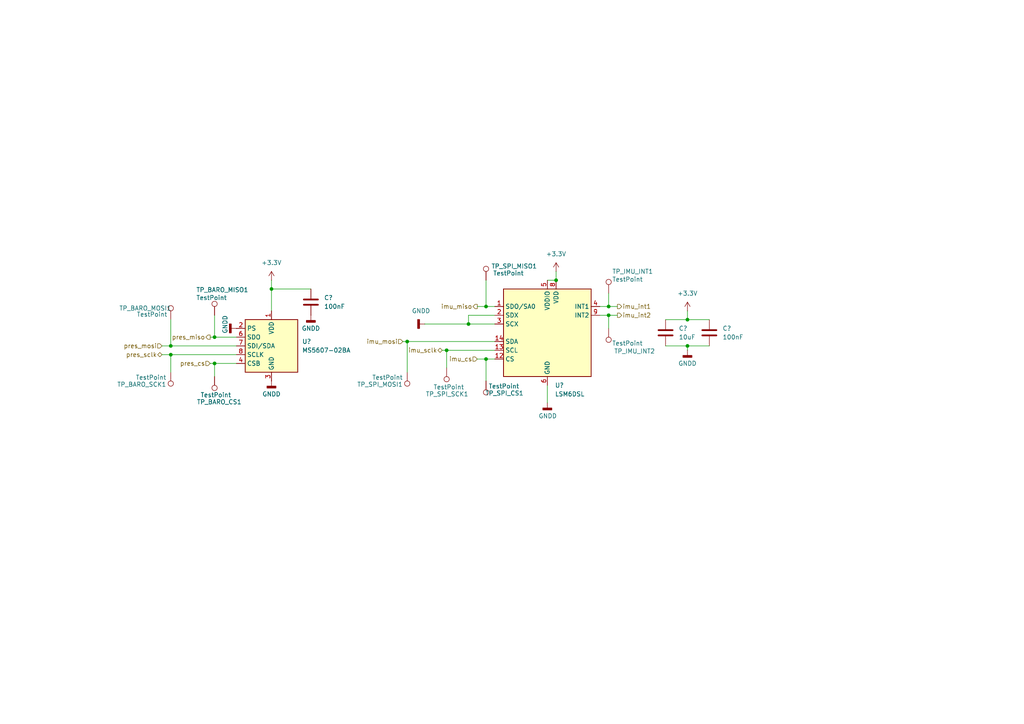
<source format=kicad_sch>
(kicad_sch (version 20250114) (generator "eeschema") (generator_version "9.0")
  (paper "A4")
  (title_block (title "Ride-Along Module") (date "2025-04-10") (rev "1") (company "Rowan Rocketry"))
  (lib_symbols
    (symbol "Connector:TestPoint" (pin_numbers (hide yes)) (pin_names (offset 0.762) (hide yes))
      (property "Reference" "TP" (at 0 6.858 0))
      (property "Value" "TestPoint" (at 0 5.08 0))
      (symbol "TestPoint_0_1"
        (circle (center 0 3.302) (radius 0.762))
      )
      (symbol "TestPoint_1_1"
        (pin passive line (at 0 0 90) (length 2.54) (name "1") (number "1"))
      )
    )
    (symbol "Device:C" (pin_numbers (hide yes)) (pin_names (offset 0.254))
      (property "Reference" "C" (at 0.635 2.54 0))
      (property "Value" "C" (at 0.635 -2.54 0))
      (symbol "C_0_1"
        (polyline (pts (xy -2.032 0.762) (xy 2.032 0.762)) (stroke (width 0.508)))
        (polyline (pts (xy -2.032 -0.762) (xy 2.032 -0.762)) (stroke (width 0.508)))
      )
      (symbol "C_1_1"
        (pin passive line (at 0 3.81 270) (length 2.794) (name "~") (number "1"))
        (pin passive line (at 0 -3.81 90) (length 2.794) (name "~") (number "2"))
      )
    )
    (symbol "Sensor_Motion:LSM6DSL"
      (property "Reference" "U" (at -11.43 15.24 0))
      (property "Value" "LSM6DSL" (at -11.43 12.7 0))
      (symbol "LSM6DSL_0_1"
        (rectangle (start -12.7 12.7) (end 12.7 -12.7) (stroke (width 0.254)) (fill (type background)))
      )
      (symbol "LSM6DSL_1_1"
        (pin bidirectional line (at -15.24 7.62 0) (length 2.54) (name "SDO/SA0") (number "1"))
        (pin bidirectional line (at -15.24 5.08 0) (length 2.54) (name "SDX") (number "2"))
        (pin input line (at -15.24 2.54 0) (length 2.54) (name "SCX") (number "3"))
        (pin bidirectional line (at -15.24 -2.54 0) (length 2.54) (name "SDA") (number "14"))
        (pin input line (at -15.24 -5.08 0) (length 2.54) (name "SCL") (number "13"))
        (pin input line (at -15.24 -7.62 0) (length 2.54) (name "CS") (number "12"))
        (pin power_in line (at 0 15.24 270) (length 2.54) (name "VDDIO") (number "5"))
        (pin power_in line (at 0 -15.24 90) (length 2.54) (name "GND") (number "6"))
        (pin passive line (at 0 -15.24 90) (length 2.54) (hide yes) (name "GND") (number "7"))
        (pin power_in line (at 2.54 15.24 270) (length 2.54) (name "VDD") (number "8"))
        (pin no_connect line (at 12.7 -2.54 180) (length 3.81) (hide yes) (name "NC") (number "11"))
        (pin no_connect line (at 12.7 -5.08 180) (length 3.81) (hide yes) (name "NC") (number "10"))
        (pin output line (at 15.24 7.62 180) (length 2.54) (name "INT1") (number "4"))
        (pin output line (at 15.24 5.08 180) (length 2.54) (name "INT2") (number "9"))
      )
    )
    (symbol "Sensor_Pressure:MS5607-02BA"
      (property "Reference" "U" (at -6.35 8.89 0))
      (property "Value" "MS5607-02BA" (at 7.62 8.89 0))
      (symbol "MS5607-02BA_0_1"
        (rectangle (start -7.62 7.62) (end 7.62 -7.62) (stroke (width 0.254)) (fill (type background)))
      )
      (symbol "MS5607-02BA_1_1"
        (pin input line (at -10.16 5.08 0) (length 2.54) (name "PS") (number "2"))
        (pin output line (at -10.16 2.54 0) (length 2.54) (name "SDO") (number "6"))
        (pin bidirectional line (at -10.16 0 0) (length 2.54) (name "SDI/SDA") (number "7"))
        (pin input line (at -10.16 -2.54 0) (length 2.54) (name "SCLK") (number "8"))
        (pin input line (at -10.16 -5.08 0) (length 2.54) (name "CSB") (number "4"))
        (pin input line (at -10.16 -5.08 0) (length 2.54) (hide yes) (name "CSB") (number "5"))
        (pin power_in line (at 0 10.16 270) (length 2.54) (name "VDD") (number "1"))
        (pin power_in line (at 0 -10.16 90) (length 2.54) (name "GND") (number "3"))
      )
    )
    (symbol "power:+3.3V" (power) (pin_numbers (hide yes)) (pin_names (offset 0) (hide yes))
      (property "Value" "+3.3V" (at 0 3.556 0))
      (symbol "+3.3V_0_1"
        (polyline (pts (xy -0.762 1.27) (xy 0 2.54)))
        (polyline (pts (xy 0 2.54) (xy 0.762 1.27)))
        (polyline (pts (xy 0 0) (xy 0 2.54)))
      )
      (symbol "+3.3V_1_1"
        (pin power_in line (at 0 0 90) (length 0) (name "~") (number "1"))
      )
    )
    (symbol "power:GNDD" (power) (pin_numbers (hide yes)) (pin_names (offset 0) (hide yes))
      (property "Value" "GNDD" (at 0 -3.175 0))
      (symbol "GNDD_0_1"
        (rectangle (start -1.27 -1.524) (end 1.27 -2.032) (stroke (width 0.254)) (fill (type outline)))
        (polyline (pts (xy 0 0) (xy 0 -1.524)))
      )
      (symbol "GNDD_1_1"
        (pin power_in line (at 0 0 270) (length 0) (name "~") (number "1"))
      )
    )
  )
  (junction (at 49.53 100.33))
  (junction (at 62.23 105.41))
  (junction (at 140.97 88.9))
  (junction (at 161.29 81.28))
  (junction (at 129.54 101.6))
  (junction (at 176.53 91.44))
  (junction (at 135.89 93.98))
  (junction (at 140.97 104.14))
  (junction (at 49.53 102.87))
  (junction (at 78.74 83.82))
  (junction (at 176.53 88.9))
  (junction (at 118.11 99.06))
  (junction (at 199.39 92.71))
  (junction (at 62.23 97.79))
  (junction (at 199.39 100.33))
  (wire (pts (xy 118.11 99.06) (xy 118.11 107.95)))
  (wire (pts (xy 49.53 102.87) (xy 49.53 107.95)))
  (wire (pts (xy 129.54 101.6) (xy 129.54 106.68)))
  (wire (pts (xy 158.75 116.84) (xy 158.75 111.76)))
  (wire (pts (xy 78.74 83.82) (xy 78.74 90.17)))
  (wire (pts (xy 60.96 97.79) (xy 62.23 97.79)))
  (wire (pts (xy 173.99 91.44) (xy 176.53 91.44)))
  (wire (pts (xy 158.75 81.28) (xy 161.29 81.28)))
  (wire (pts (xy 138.43 88.9) (xy 140.97 88.9)))
  (wire (pts (xy 176.53 91.44) (xy 176.53 95.25)))
  (wire (pts (xy 176.53 85.09) (xy 176.53 88.9)))
  (wire (pts (xy 199.39 90.17) (xy 199.39 92.71)))
  (wire (pts (xy 176.53 88.9) (xy 179.07 88.9)))
  (wire (pts (xy 128.27 101.6) (xy 129.54 101.6)))
  (wire (pts (xy 161.29 81.28) (xy 161.29 78.74)))
  (wire (pts (xy 176.53 91.44) (xy 179.07 91.44)))
  (wire (pts (xy 78.74 81.28) (xy 78.74 83.82)))
  (wire (pts (xy 140.97 88.9) (xy 143.51 88.9)))
  (wire (pts (xy 173.99 88.9) (xy 176.53 88.9)))
  (wire (pts (xy 199.39 100.33) (xy 205.74 100.33)))
  (wire (pts (xy 49.53 100.33) (xy 68.58 100.33)))
  (wire (pts (xy 60.96 105.41) (xy 62.23 105.41)))
  (wire (pts (xy 62.23 97.79) (xy 68.58 97.79)))
  (wire (pts (xy 118.11 99.06) (xy 143.51 99.06)))
  (wire (pts (xy 143.51 91.44) (xy 135.89 91.44)))
  (wire (pts (xy 140.97 104.14) (xy 143.51 104.14)))
  (wire (pts (xy 46.99 102.87) (xy 49.53 102.87)))
  (wire (pts (xy 135.89 93.98) (xy 143.51 93.98)))
  (wire (pts (xy 140.97 81.28) (xy 140.97 88.9)))
  (wire (pts (xy 193.04 100.33) (xy 199.39 100.33)))
  (wire (pts (xy 116.84 99.06) (xy 118.11 99.06)))
  (wire (pts (xy 138.43 104.14) (xy 140.97 104.14)))
  (wire (pts (xy 62.23 105.41) (xy 68.58 105.41)))
  (wire (pts (xy 129.54 101.6) (xy 143.51 101.6)))
  (wire (pts (xy 199.39 101.6) (xy 199.39 100.33)))
  (wire (pts (xy 78.74 83.82) (xy 90.17 83.82)))
  (wire (pts (xy 135.89 91.44) (xy 135.89 93.98)))
  (wire (pts (xy 62.23 105.41) (xy 62.23 109.22)))
  (wire (pts (xy 62.23 91.44) (xy 62.23 97.79)))
  (wire (pts (xy 46.99 100.33) (xy 49.53 100.33)))
  (wire (pts (xy 49.53 92.71) (xy 49.53 100.33)))
  (wire (pts (xy 199.39 92.71) (xy 205.74 92.71)))
  (wire (pts (xy 140.97 104.14) (xy 140.97 110.49)))
  (wire (pts (xy 193.04 92.71) (xy 199.39 92.71)))
  (wire (pts (xy 123.19 93.98) (xy 135.89 93.98)))
  (wire (pts (xy 49.53 102.87) (xy 68.58 102.87)))
  (hierarchical_label "pres_sclk" (shape bidirectional) (at 46.99 102.87 180))
  (hierarchical_label "imu_int1" (shape output) (at 179.07 88.9 0))
  (hierarchical_label "pres_cs" (shape input) (at 60.96 105.41 180))
  (hierarchical_label "pres_mosi" (shape input) (at 46.99 100.33 180))
  (hierarchical_label "imu_int2" (shape output) (at 179.07 91.44 0))
  (hierarchical_label "imu_cs" (shape input) (at 138.43 104.14 180))
  (hierarchical_label "imu_mosi" (shape input) (at 116.84 99.06 180))
  (hierarchical_label "pres_miso" (shape output) (at 60.96 97.79 180))
  (hierarchical_label "imu_miso" (shape output) (at 138.43 88.9 180))
  (hierarchical_label "imu_sclk" (shape bidirectional) (at 128.27 101.6 180))
  (symbol (lib_id "power:GNDD") (at 68.58 95.25 270) (unit 1)
    (property "Reference" "#PWR?" (effects (hide yes)))
    (property "Value" "GNDD" (at 65.278 96.774 0) (effects (justify right)))
    (property "Description" "Power symbol creates a global label with name \"GNDD\" , digital ground" (effects (hide yes)))
  )
  (symbol (lib_id "Connector:TestPoint") (at 176.53 85.09 0) (unit 1)
    (property "Reference" "TP_IMU_INT1" (at 177.546 78.74 0) (effects (justify left)))
    (property "Value" "TestPoint" (at 177.546 81.026 0) (effects (justify left)))
    (property "Footprint" "TestPoint:TestPoint_Loop_D2.54mm_Drill1.5mm_Beaded" (effects (hide yes)))
    (property "Datasheet" "https://www.keyelco.com/userAssets/file/M65p56.pdf" (effects (hide yes)))
    (property "Description" "test point" (effects (hide yes)))
    (property "Purchase" "https://www.digikey.com/en/products/detail/keystone-electronics/5000/255326" (effects (hide yes)))
  )
  (symbol (lib_id "power:GNDD") (at 199.39 101.6 0) (unit 1)
    (property "Reference" "#PWR?" (effects (hide yes)))
    (property "Value" "GNDD" (at 199.39 105.41 0))
    (property "Description" "Power symbol creates a global label with name \"GNDD\" , digital ground" (effects (hide yes)))
  )
  (symbol (lib_id "Connector:TestPoint") (at 118.11 107.95 180) (unit 1)
    (property "Reference" "TP_SPI_MOSI1" (at 116.84 111.506 0) (effects (justify left)))
    (property "Value" "TestPoint" (at 116.84 109.474 0) (effects (justify left)))
    (property "Footprint" "TestPoint:TestPoint_Loop_D2.54mm_Drill1.5mm_Beaded" (effects (hide yes)))
    (property "Datasheet" "https://www.keyelco.com/userAssets/file/M65p56.pdf" (effects (hide yes)))
    (property "Description" "test point" (effects (hide yes)))
    (property "Purchase" "https://www.digikey.com/en/products/detail/keystone-electronics/5000/255326" (effects (hide yes)))
  )
  (symbol (lib_id "Connector:TestPoint") (at 140.97 110.49 180) (unit 1)
    (property "Reference" "TP_SPI_CS1" (at 151.892 114.046 0) (effects (justify left)))
    (property "Value" "TestPoint" (at 150.622 112.014 0) (effects (justify left)))
    (property "Footprint" "TestPoint:TestPoint_Loop_D2.54mm_Drill1.5mm_Beaded" (effects (hide yes)))
    (property "Datasheet" "https://www.keyelco.com/userAssets/file/M65p56.pdf" (effects (hide yes)))
    (property "Description" "test point" (effects (hide yes)))
    (property "Purchase" "https://www.digikey.com/en/products/detail/keystone-electronics/5000/255326" (effects (hide yes)))
  )
  (symbol (lib_id "Connector:TestPoint") (at 49.53 107.95 180) (unit 1)
    (property "Reference" "TP_BARO_SCK1" (at 48.26 111.506 0) (effects (justify left)))
    (property "Value" "TestPoint" (at 48.26 109.474 0) (effects (justify left)))
    (property "Footprint" "TestPoint:TestPoint_Loop_D2.54mm_Drill1.5mm_Beaded" (effects (hide yes)))
    (property "Datasheet" "https://www.keyelco.com/userAssets/file/M65p56.pdf" (effects (hide yes)))
    (property "Description" "test point" (effects (hide yes)))
    (property "Purchase" "https://www.digikey.com/en/products/detail/keystone-electronics/5000/255326" (effects (hide yes)))
  )
  (symbol (lib_id "power:+3.3V") (at 161.29 78.74 0) (unit 1)
    (property "Reference" "#PWR?" (effects (hide yes)))
    (property "Value" "+3.3V" (at 161.29 73.66 0))
    (property "Description" "Power symbol creates a global label with name \"+3.3V\"" (effects (hide yes)))
  )
  (symbol (lib_id "Device:C") (at 90.17 87.63 0) (unit 1)
    (property "Reference" "C?" (at 93.98 86.3599 0) (effects (justify left)))
    (property "Value" "100nF" (at 93.98 88.8999 0) (effects (justify left)))
    (property "Footprint" "Capacitor_SMD:C_0603_1608Metric_Pad1.08x0.95mm_HandSolder" (effects (hide yes)))
    (property "Datasheet" "https://content.kemet.com/datasheets/KEM_C1002_X7R_SMD.pdf" (effects (hide yes)))
    (property "Description" "Unpolarized capacitor" (effects (hide yes)))
    (property "Purchase" "https://www.digikey.com/en/products/detail/kemet/C0603C104M5RACTU/2199782" (effects (hide yes)))
  )
  (symbol (lib_id "Sensor_Pressure:MS5607-02BA") (at 78.74 100.33 0) (unit 1)
    (property "Reference" "U?" (at 87.63 99.0599 0) (effects (justify left)))
    (property "Value" "MS5607-02BA" (at 87.63 101.5999 0) (effects (justify left)))
    (property "Footprint" "Package_LGA:LGA-8_3x5mm_P1.25mm" (effects (hide yes)))
    (property "Datasheet" "https://www.te.com/commerce/DocumentDelivery/DDEController?Action=showdoc&DocId=Data+Sheet%7FMS5607-02BA03%7FB2%7Fpdf%7FEnglish%7FENG_DS_MS5607-02BA03_B2.pdf%7FCAT-BLPS0035" (effects (hide yes)))
    (property "Description" "Barometric pressure sensor, 20cm resolution, 10 to 1200 mbar, I2C and SPI interface up to 20MHz, LGA-8" (effects (hide yes)))
    (property "Purchase" "https://www.digikey.com/en/products/detail/te-connectivity-measurement-specialties/MS560702BA03-50/4700931" (effects (hide yes)))
  )
  (symbol (lib_id "Connector:TestPoint") (at 62.23 109.22 180) (unit 1)
    (property "Reference" "TP_BARO_CS1" (at 70.104 116.586 0) (effects (justify left)))
    (property "Value" "TestPoint" (at 67.056 114.554 0) (effects (justify left)))
    (property "Footprint" "TestPoint:TestPoint_Loop_D2.54mm_Drill1.5mm_Beaded" (effects (hide yes)))
    (property "Datasheet" "https://www.keyelco.com/userAssets/file/M65p56.pdf" (effects (hide yes)))
    (property "Description" "test point" (effects (hide yes)))
    (property "Purchase" "https://www.digikey.com/en/products/detail/keystone-electronics/5000/255326" (effects (hide yes)))
  )
  (symbol (lib_id "power:GNDD") (at 123.19 93.98 270) (unit 1)
    (property "Reference" "#PWR?" (effects (hide yes)))
    (property "Value" "GNDD" (at 122.1105 90.17 90))
    (property "Description" "Power symbol creates a global label with name \"GNDD\" , digital ground" (effects (hide yes)))
  )
  (symbol (lib_id "power:GNDD") (at 158.75 116.84 0) (unit 1)
    (property "Reference" "#PWR?" (effects (hide yes)))
    (property "Value" "GNDD" (at 161.544 120.65 0) (effects (justify right)))
    (property "Description" "Power symbol creates a global label with name \"GNDD\" , digital ground" (effects (hide yes)))
  )
  (symbol (lib_id "power:+3.3V") (at 78.74 81.28 0) (unit 1)
    (property "Reference" "#PWR?" (effects (hide yes)))
    (property "Value" "+3.3V" (at 78.74 76.2 0))
    (property "Description" "Power symbol creates a global label with name \"+3.3V\"" (effects (hide yes)))
  )
  (symbol (lib_id "power:GNDD") (at 78.74 110.49 0) (unit 1)
    (property "Reference" "#PWR?" (effects (hide yes)))
    (property "Value" "GNDD" (at 78.74 114.3 0))
    (property "Description" "Power symbol creates a global label with name \"GNDD\" , digital ground" (effects (hide yes)))
  )
  (symbol (lib_id "power:GNDD") (at 90.17 91.44 0) (unit 1)
    (property "Reference" "#PWR?" (effects (hide yes)))
    (property "Value" "GNDD" (at 90.17 95.25 0))
    (property "Description" "Power symbol creates a global label with name \"GNDD\" , digital ground" (effects (hide yes)))
  )
  (symbol (lib_id "Connector:TestPoint") (at 62.23 91.44 0) (unit 1)
    (property "Reference" "TP_BARO_MISO1" (at 56.896 84.074 0) (effects (justify left)))
    (property "Value" "TestPoint" (at 56.896 86.36 0) (effects (justify left)))
    (property "Footprint" "TestPoint:TestPoint_Loop_D2.54mm_Drill1.5mm_Beaded" (effects (hide yes)))
    (property "Datasheet" "https://www.keyelco.com/userAssets/file/M65p56.pdf" (effects (hide yes)))
    (property "Description" "test point" (effects (hide yes)))
    (property "Purchase" "https://www.digikey.com/en/products/detail/keystone-electronics/5000/255326" (effects (hide yes)))
  )
  (symbol (lib_id "Connector:TestPoint") (at 140.97 81.28 0) (unit 1)
    (property "Reference" "TP_SPI_MISO1" (at 142.494 77.216 0) (effects (justify left)))
    (property "Value" "TestPoint" (at 143.002 79.248 0) (effects (justify left)))
    (property "Footprint" "TestPoint:TestPoint_Loop_D2.54mm_Drill1.5mm_Beaded" (effects (hide yes)))
    (property "Datasheet" "https://www.keyelco.com/userAssets/file/M65p56.pdf" (effects (hide yes)))
    (property "Description" "test point" (effects (hide yes)))
    (property "Purchase" "https://www.digikey.com/en/products/detail/keystone-electronics/5000/255326" (effects (hide yes)))
  )
  (symbol (lib_id "Device:C") (at 205.74 96.52 0) (unit 1)
    (property "Reference" "C?" (at 209.55 95.2499 0) (effects (justify left)))
    (property "Value" "100nF" (at 209.55 97.7899 0) (effects (justify left)))
    (property "Footprint" "Capacitor_SMD:C_0603_1608Metric_Pad1.08x0.95mm_HandSolder" (effects (hide yes)))
    (property "Datasheet" "https://content.kemet.com/datasheets/KEM_C1002_X7R_SMD.pdf" (effects (hide yes)))
    (property "Description" "Unpolarized capacitor" (effects (hide yes)))
    (property "Purchase" "https://www.digikey.com/en/products/detail/kemet/C0603C104M5RACTU/2199782" (effects (hide yes)))
  )
  (symbol (lib_id "Connector:TestPoint") (at 49.53 92.71 0) (unit 1)
    (property "Reference" "TP_BARO_MOSI1" (at 34.544 89.408 0) (effects (justify left)))
    (property "Value" "TestPoint" (at 39.624 91.186 0) (effects (justify left)))
    (property "Footprint" "TestPoint:TestPoint_Loop_D2.54mm_Drill1.5mm_Beaded" (effects (hide yes)))
    (property "Datasheet" "https://www.keyelco.com/userAssets/file/M65p56.pdf" (effects (hide yes)))
    (property "Description" "test point" (effects (hide yes)))
    (property "Purchase" "https://www.digikey.com/en/products/detail/keystone-electronics/5000/255326" (effects (hide yes)))
  )
  (symbol (lib_id "power:+3.3V") (at 199.39 90.17 0) (unit 1)
    (property "Reference" "#PWR?" (effects (hide yes)))
    (property "Value" "+3.3V" (at 199.39 85.09 0))
    (property "Description" "Power symbol creates a global label with name \"+3.3V\"" (effects (hide yes)))
  )
  (symbol (lib_id "Sensor_Motion:LSM6DSL") (at 158.75 96.52 0) (unit 1)
    (property "Reference" "U?" (at 160.9441 111.76 0) (effects (justify left)))
    (property "Value" "LSM6DSL" (at 160.9441 114.3 0) (effects (justify left)))
    (property "Footprint" "Package_LGA:LGA-14_3x2.5mm_P0.5mm_LayoutBorder3x4y" (effects (hide yes)))
    (property "Datasheet" "https://www.st.com/resource/en/datasheet/lsm6dsl.pdf" (effects (hide yes)))
    (property "Description" "I2C/SPI, iNEMO inertial module: always-on 3D accelerometer and 3D gyroscope, 1.71V to 3.6V VCC" (effects (hide yes)))
    (property "Purchase" "https://www.digikey.com/en/products/detail/stmicroelectronics/LSM6DSLTR/6192804" (effects (hide yes)))
  )
  (symbol (lib_id "Connector:TestPoint") (at 129.54 106.68 180) (unit 1)
    (property "Reference" "TP_SPI_SCK1" (at 135.89 114.3 0) (effects (justify left)))
    (property "Value" "TestPoint" (at 134.62 112.268 0) (effects (justify left)))
    (property "Footprint" "TestPoint:TestPoint_Loop_D2.54mm_Drill1.5mm_Beaded" (effects (hide yes)))
    (property "Datasheet" "https://www.keyelco.com/userAssets/file/M65p56.pdf" (effects (hide yes)))
    (property "Description" "test point" (effects (hide yes)))
    (property "Purchase" "https://www.digikey.com/en/products/detail/keystone-electronics/5000/255326" (effects (hide yes)))
  )
  (symbol (lib_id "Connector:TestPoint") (at 176.53 95.25 180) (unit 1)
    (property "Reference" "TP_IMU_INT2" (at 189.992 101.854 0) (effects (justify left)))
    (property "Value" "TestPoint" (at 186.436 99.568 0) (effects (justify left)))
    (property "Footprint" "TestPoint:TestPoint_Loop_D2.54mm_Drill1.5mm_Beaded" (effects (hide yes)))
    (property "Datasheet" "https://www.keyelco.com/userAssets/file/M65p56.pdf" (effects (hide yes)))
    (property "Description" "test point" (effects (hide yes)))
    (property "Purchase" "https://www.digikey.com/en/products/detail/keystone-electronics/5000/255326" (effects (hide yes)))
  )
  (symbol (lib_id "Device:C") (at 193.04 96.52 0) (unit 1)
    (property "Reference" "C?" (at 196.85 95.2499 0) (effects (justify left)))
    (property "Value" "10uF" (at 196.85 97.7899 0) (effects (justify left)))
    (property "Footprint" "Capacitor_SMD:C_0603_1608Metric_Pad1.08x0.95mm_HandSolder" (effects (hide yes)))
    (property "Description" "Unpolarized capacitor" (effects (hide yes)))
    (property "Purchase" "https://www.digikey.com/en/products/detail/kemet/T491A106K010AT/818545" (effects (hide yes)))
  )
)
</source>
